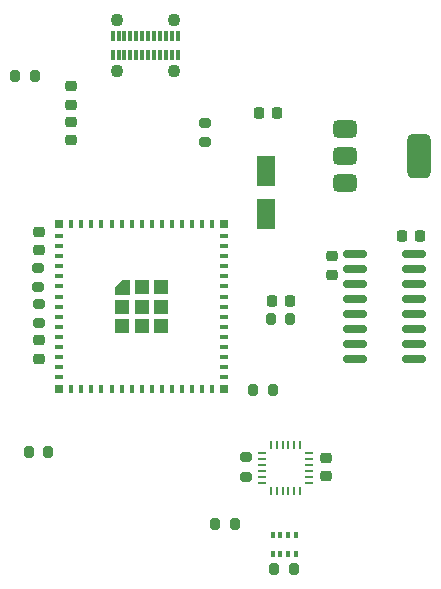
<source format=gbr>
%TF.GenerationSoftware,KiCad,Pcbnew,9.0.2*%
%TF.CreationDate,2025-06-10T14:23:58-07:00*%
%TF.ProjectId,LockerHacks Remake,4c6f636b-6572-4486-9163-6b732052656d,rev?*%
%TF.SameCoordinates,Original*%
%TF.FileFunction,Paste,Top*%
%TF.FilePolarity,Positive*%
%FSLAX46Y46*%
G04 Gerber Fmt 4.6, Leading zero omitted, Abs format (unit mm)*
G04 Created by KiCad (PCBNEW 9.0.2) date 2025-06-10 14:23:58*
%MOMM*%
%LPD*%
G01*
G04 APERTURE LIST*
G04 Aperture macros list*
%AMRoundRect*
0 Rectangle with rounded corners*
0 $1 Rounding radius*
0 $2 $3 $4 $5 $6 $7 $8 $9 X,Y pos of 4 corners*
0 Add a 4 corners polygon primitive as box body*
4,1,4,$2,$3,$4,$5,$6,$7,$8,$9,$2,$3,0*
0 Add four circle primitives for the rounded corners*
1,1,$1+$1,$2,$3*
1,1,$1+$1,$4,$5*
1,1,$1+$1,$6,$7*
1,1,$1+$1,$8,$9*
0 Add four rect primitives between the rounded corners*
20,1,$1+$1,$2,$3,$4,$5,0*
20,1,$1+$1,$4,$5,$6,$7,0*
20,1,$1+$1,$6,$7,$8,$9,0*
20,1,$1+$1,$8,$9,$2,$3,0*%
G04 Aperture macros list end*
%ADD10C,0.010000*%
%ADD11R,0.350000X0.500000*%
%ADD12C,1.100000*%
%ADD13R,0.300000X0.850000*%
%ADD14RoundRect,0.200000X-0.200000X-0.275000X0.200000X-0.275000X0.200000X0.275000X-0.200000X0.275000X0*%
%ADD15RoundRect,0.200000X-0.275000X0.200000X-0.275000X-0.200000X0.275000X-0.200000X0.275000X0.200000X0*%
%ADD16RoundRect,0.375000X-0.625000X-0.375000X0.625000X-0.375000X0.625000X0.375000X-0.625000X0.375000X0*%
%ADD17RoundRect,0.500000X-0.500000X-1.400000X0.500000X-1.400000X0.500000X1.400000X-0.500000X1.400000X0*%
%ADD18RoundRect,0.150000X-0.825000X-0.150000X0.825000X-0.150000X0.825000X0.150000X-0.825000X0.150000X0*%
%ADD19R,0.790000X0.280000*%
%ADD20R,0.280000X0.790000*%
%ADD21R,0.800000X0.800000*%
%ADD22R,0.800000X0.400000*%
%ADD23R,0.400000X0.800000*%
%ADD24R,1.200000X1.200000*%
%ADD25RoundRect,0.200000X0.275000X-0.200000X0.275000X0.200000X-0.275000X0.200000X-0.275000X-0.200000X0*%
%ADD26RoundRect,0.218750X-0.218750X-0.256250X0.218750X-0.256250X0.218750X0.256250X-0.218750X0.256250X0*%
%ADD27RoundRect,0.225000X0.250000X-0.225000X0.250000X0.225000X-0.250000X0.225000X-0.250000X-0.225000X0*%
%ADD28RoundRect,0.225000X-0.225000X-0.250000X0.225000X-0.250000X0.225000X0.250000X-0.225000X0.250000X0*%
%ADD29RoundRect,0.250000X-0.550000X1.050000X-0.550000X-1.050000X0.550000X-1.050000X0.550000X1.050000X0*%
G04 APERTURE END LIST*
D10*
%TO.C,U1*%
X113850000Y-85900000D02*
X112650000Y-85900000D01*
X112650000Y-85300000D01*
X113250000Y-84700000D01*
X113850000Y-84700000D01*
X113850000Y-85900000D01*
G36*
X113850000Y-85900000D02*
G01*
X112650000Y-85900000D01*
X112650000Y-85300000D01*
X113250000Y-84700000D01*
X113850000Y-84700000D01*
X113850000Y-85900000D01*
G37*
%TD*%
D11*
%TO.C,U3*%
X126000000Y-107900000D03*
X126650000Y-107900000D03*
X127300000Y-107900000D03*
X127950000Y-107900000D03*
X127950000Y-106300000D03*
X127300000Y-106300000D03*
X126650000Y-106300000D03*
X126000000Y-106300000D03*
%TD*%
D12*
%TO.C,J1*%
X117600000Y-67000000D03*
X117600000Y-62700000D03*
X112800000Y-67000000D03*
X112800000Y-62700000D03*
D13*
X112450000Y-65685000D03*
X112950000Y-65685000D03*
X113450000Y-65685000D03*
X113950000Y-65685000D03*
X114450000Y-65685000D03*
X114950000Y-65685000D03*
X115450000Y-65685000D03*
X115950000Y-65685000D03*
X116450000Y-65685000D03*
X116950000Y-65685000D03*
X117450000Y-65685000D03*
X117950000Y-65685000D03*
X117950000Y-64015000D03*
X117450000Y-64015000D03*
X116950000Y-64015000D03*
X116450000Y-64015000D03*
X115950000Y-64015000D03*
X115450000Y-64015000D03*
X114950000Y-64015000D03*
X114450000Y-64015000D03*
X113950000Y-64015000D03*
X113450000Y-64015000D03*
X112950000Y-64015000D03*
X112450000Y-64015000D03*
%TD*%
D14*
%TO.C,R8*%
X105850000Y-67400000D03*
X104200000Y-67400000D03*
%TD*%
D15*
%TO.C,R7*%
X120300000Y-73050000D03*
X120300000Y-71400000D03*
%TD*%
D16*
%TO.C,U5*%
X132100000Y-71900000D03*
X132100000Y-74200000D03*
D17*
X138400000Y-74200000D03*
D16*
X132100000Y-76500000D03*
%TD*%
D18*
%TO.C,U4*%
X133000000Y-82500000D03*
X133000000Y-83770000D03*
X133000000Y-85040000D03*
X133000000Y-86310000D03*
X133000000Y-87580000D03*
X133000000Y-88850000D03*
X133000000Y-90120000D03*
X133000000Y-91390000D03*
X137950000Y-91390000D03*
X137950000Y-90120000D03*
X137950000Y-88850000D03*
X137950000Y-87580000D03*
X137950000Y-86310000D03*
X137950000Y-85040000D03*
X137950000Y-83770000D03*
X137950000Y-82500000D03*
%TD*%
D19*
%TO.C,U2*%
X125110000Y-99350000D03*
X125110000Y-99850000D03*
X125110000Y-100350000D03*
X125110000Y-100850000D03*
X125110000Y-101350000D03*
X125110000Y-101850000D03*
D20*
X125830000Y-102570000D03*
X126330000Y-102570000D03*
X126830000Y-102570000D03*
X127330000Y-102570000D03*
X127830000Y-102570000D03*
X128330000Y-102570000D03*
D19*
X129050000Y-101850000D03*
X129050000Y-101350000D03*
X129050000Y-100850000D03*
X129050000Y-100350000D03*
X129050000Y-99850000D03*
X129050000Y-99350000D03*
D20*
X128330000Y-98630000D03*
X127830000Y-98630000D03*
X127330000Y-98630000D03*
X126830000Y-98630000D03*
X126330000Y-98630000D03*
X125830000Y-98630000D03*
%TD*%
D21*
%TO.C,U1*%
X107900000Y-79950000D03*
X107900000Y-93950000D03*
X121900000Y-79950000D03*
X121900000Y-93950000D03*
D22*
X107900000Y-81000000D03*
X107900000Y-81850000D03*
X107900000Y-82700000D03*
X107900000Y-83550000D03*
X107900000Y-84400000D03*
X107900000Y-85250000D03*
X107900000Y-86100000D03*
X107900000Y-86950000D03*
X107900000Y-87800000D03*
X107900000Y-88650000D03*
X107900000Y-89500000D03*
X107900000Y-90350000D03*
X107900000Y-91200000D03*
X107900000Y-92050000D03*
X107900000Y-92900000D03*
D23*
X108950000Y-93950000D03*
X109800000Y-93950000D03*
X110650000Y-93950000D03*
X111500000Y-93950000D03*
X112350000Y-93950000D03*
X113200000Y-93950000D03*
X114050000Y-93950000D03*
X114900000Y-93950000D03*
X115750000Y-93950000D03*
X116600000Y-93950000D03*
X117450000Y-93950000D03*
X118300000Y-93950000D03*
X119150000Y-93950000D03*
X120000000Y-93950000D03*
X120850000Y-93950000D03*
D22*
X121900000Y-92900000D03*
X121900000Y-92050000D03*
X121900000Y-91200000D03*
X121900000Y-90350000D03*
X121900000Y-89500000D03*
X121900000Y-88650000D03*
X121900000Y-87800000D03*
X121900000Y-86950000D03*
X121900000Y-86100000D03*
X121900000Y-85250000D03*
X121900000Y-84400000D03*
X121900000Y-83550000D03*
X121900000Y-82700000D03*
X121900000Y-81850000D03*
X121900000Y-81000000D03*
D23*
X120850000Y-79950000D03*
X120000000Y-79950000D03*
X119150000Y-79950000D03*
X118300000Y-79950000D03*
X117450000Y-79950000D03*
X116600000Y-79950000D03*
X115750000Y-79950000D03*
X114900000Y-79950000D03*
X114050000Y-79950000D03*
X113200000Y-79950000D03*
X112350000Y-79950000D03*
X111500000Y-79950000D03*
X110650000Y-79950000D03*
X109800000Y-79950000D03*
X108950000Y-79950000D03*
D24*
X114900000Y-86950000D03*
X114900000Y-85300000D03*
X116550000Y-85300000D03*
X116550000Y-86950000D03*
X116550000Y-88600000D03*
X114900000Y-88600000D03*
X113250000Y-88600000D03*
X113250000Y-86950000D03*
%TD*%
D14*
%TO.C,R11*%
X125837500Y-88000000D03*
X127487500Y-88000000D03*
%TD*%
D25*
%TO.C,R10*%
X106150000Y-85300000D03*
X106150000Y-83650000D03*
%TD*%
%TO.C,R6*%
X106200000Y-88350000D03*
X106200000Y-86700000D03*
%TD*%
D14*
%TO.C,R5*%
X121150000Y-105400000D03*
X122800000Y-105400000D03*
%TD*%
%TO.C,R4*%
X126150000Y-109200000D03*
X127800000Y-109200000D03*
%TD*%
%TO.C,R3*%
X124350000Y-94000000D03*
X126000000Y-94000000D03*
%TD*%
D25*
%TO.C,R2*%
X123730000Y-101355000D03*
X123730000Y-99705000D03*
%TD*%
D14*
%TO.C,R1*%
X105350000Y-99300000D03*
X107000000Y-99300000D03*
%TD*%
D26*
%TO.C,D1*%
X125912500Y-86500000D03*
X127487500Y-86500000D03*
%TD*%
D27*
%TO.C,C12*%
X108900000Y-72875000D03*
X108900000Y-71325000D03*
%TD*%
%TO.C,C11*%
X108900000Y-69850000D03*
X108900000Y-68300000D03*
%TD*%
D28*
%TO.C,C8*%
X136950000Y-81000000D03*
X138500000Y-81000000D03*
%TD*%
D27*
%TO.C,C7*%
X131000000Y-84250000D03*
X131000000Y-82700000D03*
%TD*%
%TO.C,C6*%
X106200000Y-82200000D03*
X106200000Y-80650000D03*
%TD*%
D28*
%TO.C,C5*%
X124825000Y-70600000D03*
X126375000Y-70600000D03*
%TD*%
D27*
%TO.C,C4*%
X130530000Y-101305000D03*
X130530000Y-99755000D03*
%TD*%
D29*
%TO.C,C2*%
X125400000Y-75500000D03*
X125400000Y-79100000D03*
%TD*%
D27*
%TO.C,C1*%
X106200000Y-91350000D03*
X106200000Y-89800000D03*
%TD*%
M02*

</source>
